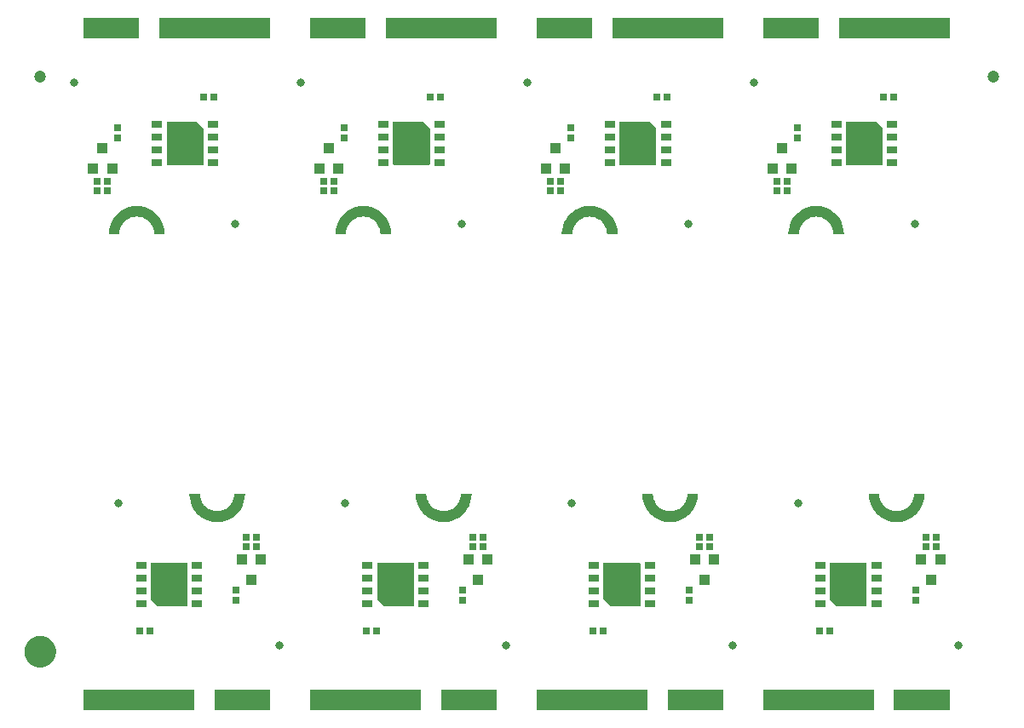
<source format=gbs>
G04 EAGLE Gerber RS-274X export*
G75*
%MOMM*%
%FSLAX34Y34*%
%LPD*%
%INSoldermask Bottom*%
%IPPOS*%
%AMOC8*
5,1,8,0,0,1.08239X$1,22.5*%
G01*
%ADD10R,0.803200X0.803200*%
%ADD11R,0.553200X2.153200*%
%ADD12C,0.657200*%
%ADD13R,1.053200X0.703200*%
%ADD14R,1.003200X1.103200*%
%ADD15C,0.838200*%
%ADD16C,1.203200*%
%ADD17C,1.270000*%
%ADD18C,1.703200*%

G36*
X586170Y547256D02*
X586170Y547256D01*
X586187Y547253D01*
X586236Y547275D01*
X586288Y547290D01*
X586299Y547303D01*
X586315Y547310D01*
X586344Y547355D01*
X586380Y547395D01*
X586382Y547412D01*
X586392Y547427D01*
X586403Y547500D01*
X586403Y583250D01*
X586386Y583308D01*
X586374Y583366D01*
X586365Y583378D01*
X586364Y583384D01*
X586356Y583391D01*
X586330Y583426D01*
X579830Y589926D01*
X579777Y589955D01*
X579727Y589988D01*
X579713Y589990D01*
X579707Y589993D01*
X579697Y589993D01*
X579654Y589999D01*
X550154Y589999D01*
X550137Y589994D01*
X550120Y589997D01*
X550071Y589975D01*
X550019Y589960D01*
X550008Y589947D01*
X549992Y589940D01*
X549963Y589895D01*
X549927Y589855D01*
X549925Y589838D01*
X549915Y589824D01*
X549904Y589750D01*
X549904Y547500D01*
X549909Y547484D01*
X549907Y547467D01*
X549928Y547417D01*
X549944Y547366D01*
X549956Y547355D01*
X549963Y547339D01*
X550008Y547309D01*
X550049Y547274D01*
X550066Y547271D01*
X550080Y547262D01*
X550154Y547251D01*
X586154Y547251D01*
X586170Y547256D01*
G37*
G36*
X136006Y547256D02*
X136006Y547256D01*
X136023Y547253D01*
X136072Y547275D01*
X136124Y547290D01*
X136135Y547303D01*
X136151Y547310D01*
X136180Y547355D01*
X136216Y547395D01*
X136218Y547412D01*
X136228Y547427D01*
X136239Y547500D01*
X136239Y583250D01*
X136222Y583308D01*
X136210Y583366D01*
X136201Y583378D01*
X136199Y583384D01*
X136192Y583391D01*
X136166Y583426D01*
X129666Y589926D01*
X129613Y589955D01*
X129563Y589988D01*
X129549Y589990D01*
X129543Y589993D01*
X129533Y589993D01*
X129489Y589999D01*
X99989Y589999D01*
X99973Y589994D01*
X99956Y589997D01*
X99907Y589975D01*
X99855Y589960D01*
X99844Y589947D01*
X99828Y589940D01*
X99799Y589895D01*
X99763Y589855D01*
X99761Y589838D01*
X99751Y589824D01*
X99740Y589750D01*
X99740Y547500D01*
X99745Y547484D01*
X99742Y547467D01*
X99764Y547417D01*
X99779Y547366D01*
X99792Y547355D01*
X99799Y547339D01*
X99844Y547309D01*
X99885Y547274D01*
X99902Y547271D01*
X99916Y547262D01*
X99989Y547251D01*
X135989Y547251D01*
X136006Y547256D01*
G37*
G36*
X811265Y547256D02*
X811265Y547256D01*
X811282Y547253D01*
X811331Y547275D01*
X811383Y547290D01*
X811394Y547303D01*
X811410Y547310D01*
X811439Y547355D01*
X811475Y547395D01*
X811477Y547412D01*
X811487Y547427D01*
X811498Y547500D01*
X811498Y583250D01*
X811481Y583308D01*
X811469Y583366D01*
X811460Y583378D01*
X811458Y583384D01*
X811451Y583391D01*
X811425Y583426D01*
X804925Y589926D01*
X804872Y589955D01*
X804822Y589988D01*
X804808Y589990D01*
X804802Y589993D01*
X804792Y589993D01*
X804748Y589999D01*
X775248Y589999D01*
X775232Y589994D01*
X775215Y589997D01*
X775166Y589975D01*
X775114Y589960D01*
X775103Y589947D01*
X775087Y589940D01*
X775058Y589895D01*
X775022Y589855D01*
X775020Y589838D01*
X775010Y589824D01*
X774999Y589750D01*
X774999Y547500D01*
X775004Y547484D01*
X775001Y547467D01*
X775023Y547417D01*
X775038Y547366D01*
X775051Y547355D01*
X775058Y547339D01*
X775103Y547309D01*
X775144Y547274D01*
X775161Y547271D01*
X775175Y547262D01*
X775248Y547251D01*
X811248Y547251D01*
X811265Y547256D01*
G37*
G36*
X361101Y547256D02*
X361101Y547256D01*
X361118Y547253D01*
X361167Y547275D01*
X361218Y547290D01*
X361230Y547303D01*
X361245Y547310D01*
X361275Y547355D01*
X361310Y547395D01*
X361313Y547412D01*
X361322Y547427D01*
X361333Y547500D01*
X361333Y583250D01*
X361317Y583308D01*
X361305Y583366D01*
X361296Y583378D01*
X361294Y583384D01*
X361286Y583391D01*
X361260Y583426D01*
X354760Y589926D01*
X354708Y589955D01*
X354658Y589988D01*
X354644Y589990D01*
X354638Y589993D01*
X354628Y589993D01*
X354584Y589999D01*
X325084Y589999D01*
X325068Y589994D01*
X325051Y589997D01*
X325002Y589975D01*
X324950Y589960D01*
X324939Y589947D01*
X324923Y589940D01*
X324893Y589895D01*
X324858Y589855D01*
X324855Y589838D01*
X324846Y589824D01*
X324835Y589750D01*
X324835Y547500D01*
X324840Y547484D01*
X324837Y547467D01*
X324859Y547417D01*
X324874Y547366D01*
X324887Y547355D01*
X324894Y547339D01*
X324939Y547309D01*
X324979Y547274D01*
X324996Y547271D01*
X325011Y547262D01*
X325084Y547251D01*
X361084Y547251D01*
X361101Y547256D01*
G37*
G36*
X795250Y108506D02*
X795250Y108506D01*
X795267Y108503D01*
X795316Y108525D01*
X795368Y108540D01*
X795379Y108553D01*
X795395Y108560D01*
X795424Y108605D01*
X795460Y108645D01*
X795462Y108662D01*
X795472Y108677D01*
X795483Y108750D01*
X795483Y151000D01*
X795478Y151016D01*
X795481Y151033D01*
X795459Y151083D01*
X795444Y151134D01*
X795431Y151145D01*
X795424Y151161D01*
X795379Y151191D01*
X795338Y151226D01*
X795321Y151229D01*
X795307Y151238D01*
X795234Y151249D01*
X759234Y151249D01*
X759217Y151244D01*
X759200Y151247D01*
X759151Y151225D01*
X759099Y151210D01*
X759088Y151197D01*
X759072Y151190D01*
X759043Y151145D01*
X759007Y151105D01*
X759005Y151088D01*
X758995Y151074D01*
X758984Y151000D01*
X758984Y115250D01*
X759001Y115192D01*
X759013Y115134D01*
X759022Y115122D01*
X759024Y115116D01*
X759031Y115109D01*
X759057Y115074D01*
X765557Y108574D01*
X765610Y108545D01*
X765660Y108512D01*
X765674Y108510D01*
X765680Y108507D01*
X765690Y108507D01*
X765734Y108501D01*
X795234Y108501D01*
X795250Y108506D01*
G37*
G36*
X570181Y108506D02*
X570181Y108506D01*
X570198Y108503D01*
X570247Y108525D01*
X570298Y108540D01*
X570310Y108553D01*
X570325Y108560D01*
X570355Y108605D01*
X570390Y108645D01*
X570393Y108662D01*
X570402Y108677D01*
X570413Y108750D01*
X570413Y151000D01*
X570409Y151016D01*
X570411Y151033D01*
X570389Y151083D01*
X570374Y151134D01*
X570361Y151145D01*
X570354Y151161D01*
X570309Y151191D01*
X570269Y151226D01*
X570252Y151229D01*
X570238Y151238D01*
X570164Y151249D01*
X534164Y151249D01*
X534148Y151244D01*
X534131Y151247D01*
X534082Y151225D01*
X534030Y151210D01*
X534019Y151197D01*
X534003Y151190D01*
X533973Y151145D01*
X533938Y151105D01*
X533935Y151088D01*
X533926Y151074D01*
X533915Y151000D01*
X533915Y115250D01*
X533932Y115192D01*
X533944Y115134D01*
X533952Y115122D01*
X533954Y115116D01*
X533962Y115109D01*
X533988Y115074D01*
X540488Y108574D01*
X540541Y108545D01*
X540591Y108512D01*
X540605Y108510D01*
X540611Y108507D01*
X540621Y108507D01*
X540664Y108501D01*
X570164Y108501D01*
X570181Y108506D01*
G37*
G36*
X345086Y108506D02*
X345086Y108506D01*
X345103Y108503D01*
X345152Y108525D01*
X345204Y108540D01*
X345215Y108553D01*
X345231Y108560D01*
X345260Y108605D01*
X345296Y108645D01*
X345298Y108662D01*
X345308Y108677D01*
X345319Y108750D01*
X345319Y151000D01*
X345314Y151016D01*
X345316Y151033D01*
X345295Y151083D01*
X345279Y151134D01*
X345267Y151145D01*
X345260Y151161D01*
X345215Y151191D01*
X345174Y151226D01*
X345157Y151229D01*
X345143Y151238D01*
X345069Y151249D01*
X309069Y151249D01*
X309053Y151244D01*
X309036Y151247D01*
X308987Y151225D01*
X308935Y151210D01*
X308924Y151197D01*
X308908Y151190D01*
X308879Y151145D01*
X308843Y151105D01*
X308841Y151088D01*
X308831Y151074D01*
X308820Y151000D01*
X308820Y115250D01*
X308837Y115192D01*
X308849Y115134D01*
X308858Y115122D01*
X308859Y115116D01*
X308867Y115109D01*
X308893Y115074D01*
X315393Y108574D01*
X315446Y108545D01*
X315496Y108512D01*
X315510Y108510D01*
X315516Y108507D01*
X315526Y108507D01*
X315569Y108501D01*
X345069Y108501D01*
X345086Y108506D01*
G37*
G36*
X120016Y108506D02*
X120016Y108506D01*
X120033Y108503D01*
X120083Y108525D01*
X120134Y108540D01*
X120145Y108553D01*
X120161Y108560D01*
X120191Y108605D01*
X120226Y108645D01*
X120229Y108662D01*
X120238Y108677D01*
X120249Y108750D01*
X120249Y151000D01*
X120244Y151016D01*
X120247Y151033D01*
X120225Y151083D01*
X120210Y151134D01*
X120197Y151145D01*
X120190Y151161D01*
X120145Y151191D01*
X120105Y151226D01*
X120088Y151229D01*
X120074Y151238D01*
X120000Y151249D01*
X84000Y151249D01*
X83984Y151244D01*
X83967Y151247D01*
X83917Y151225D01*
X83866Y151210D01*
X83855Y151197D01*
X83839Y151190D01*
X83809Y151145D01*
X83774Y151105D01*
X83771Y151088D01*
X83762Y151074D01*
X83751Y151000D01*
X83751Y115250D01*
X83768Y115192D01*
X83780Y115134D01*
X83788Y115122D01*
X83790Y115116D01*
X83798Y115109D01*
X83824Y115074D01*
X90324Y108574D01*
X90376Y108545D01*
X90427Y108512D01*
X90441Y108510D01*
X90446Y108507D01*
X90457Y108507D01*
X90500Y108501D01*
X120000Y108501D01*
X120016Y108506D01*
G37*
G36*
X604096Y192531D02*
X604096Y192531D01*
X604105Y192535D01*
X604131Y192536D01*
X607965Y193370D01*
X607973Y193375D01*
X607999Y193380D01*
X611675Y194752D01*
X611683Y194757D01*
X611708Y194766D01*
X615151Y196647D01*
X615158Y196654D01*
X615181Y196666D01*
X618322Y199017D01*
X618328Y199025D01*
X618349Y199041D01*
X621124Y201815D01*
X621128Y201824D01*
X621147Y201842D01*
X623498Y204983D01*
X623502Y204992D01*
X623517Y205013D01*
X625398Y208457D01*
X625400Y208466D01*
X625413Y208489D01*
X626784Y212165D01*
X626784Y212175D01*
X626794Y212199D01*
X627628Y216033D01*
X627627Y216043D01*
X627633Y216069D01*
X627913Y219982D01*
X627907Y220008D01*
X627911Y220033D01*
X627893Y220075D01*
X627883Y220119D01*
X627865Y220137D01*
X627854Y220161D01*
X627817Y220186D01*
X627785Y220218D01*
X627759Y220224D01*
X627738Y220238D01*
X627664Y220249D01*
X617664Y220249D01*
X617657Y220247D01*
X617650Y220249D01*
X617591Y220228D01*
X617530Y220210D01*
X617525Y220205D01*
X617518Y220202D01*
X617480Y220152D01*
X617438Y220105D01*
X617437Y220098D01*
X617433Y220092D01*
X617416Y220020D01*
X617202Y217302D01*
X616570Y214669D01*
X615534Y212169D01*
X614120Y209861D01*
X612362Y207802D01*
X610304Y206044D01*
X607996Y204630D01*
X605495Y203594D01*
X602863Y202962D01*
X600164Y202750D01*
X597466Y202962D01*
X594834Y203594D01*
X592333Y204630D01*
X590025Y206044D01*
X587967Y207802D01*
X587913Y207865D01*
X587487Y208364D01*
X587274Y208613D01*
X587061Y208862D01*
X586848Y209112D01*
X586423Y209610D01*
X586210Y209859D01*
X586209Y209861D01*
X584794Y212169D01*
X583759Y214669D01*
X583127Y217302D01*
X582913Y220020D01*
X582910Y220026D01*
X582911Y220033D01*
X582885Y220091D01*
X582863Y220150D01*
X582857Y220155D01*
X582854Y220161D01*
X582802Y220196D01*
X582751Y220234D01*
X582744Y220234D01*
X582738Y220238D01*
X582664Y220249D01*
X572664Y220249D01*
X572639Y220242D01*
X572613Y220244D01*
X572573Y220223D01*
X572530Y220210D01*
X572513Y220190D01*
X572490Y220178D01*
X572468Y220139D01*
X572438Y220105D01*
X572434Y220079D01*
X572421Y220056D01*
X572416Y219982D01*
X572695Y216069D01*
X572699Y216059D01*
X572701Y216033D01*
X573535Y212199D01*
X573539Y212191D01*
X573545Y212165D01*
X574916Y208489D01*
X574922Y208481D01*
X574931Y208457D01*
X576811Y205013D01*
X576818Y205006D01*
X576830Y204983D01*
X579182Y201842D01*
X579189Y201836D01*
X579205Y201815D01*
X581979Y199041D01*
X581988Y199036D01*
X582006Y199017D01*
X585147Y196666D01*
X585156Y196663D01*
X585177Y196647D01*
X588621Y194766D01*
X588630Y194764D01*
X588653Y194752D01*
X592329Y193380D01*
X592339Y193380D01*
X592364Y193370D01*
X596198Y192536D01*
X596207Y192537D01*
X596233Y192531D01*
X600146Y192251D01*
X600156Y192253D01*
X600182Y192251D01*
X604096Y192531D01*
G37*
G36*
X153931Y192531D02*
X153931Y192531D01*
X153941Y192535D01*
X153967Y192536D01*
X157801Y193370D01*
X157809Y193375D01*
X157835Y193380D01*
X161511Y194752D01*
X161519Y194757D01*
X161543Y194766D01*
X164987Y196647D01*
X164994Y196654D01*
X165017Y196666D01*
X168158Y199017D01*
X168164Y199025D01*
X168185Y199041D01*
X170959Y201815D01*
X170964Y201824D01*
X170983Y201842D01*
X173334Y204983D01*
X173337Y204992D01*
X173353Y205013D01*
X175234Y208457D01*
X175236Y208466D01*
X175248Y208489D01*
X176620Y212165D01*
X176620Y212175D01*
X176630Y212199D01*
X177464Y216033D01*
X177463Y216043D01*
X177469Y216069D01*
X177749Y219982D01*
X177743Y220008D01*
X177747Y220033D01*
X177729Y220075D01*
X177719Y220119D01*
X177701Y220137D01*
X177690Y220161D01*
X177652Y220186D01*
X177621Y220218D01*
X177595Y220224D01*
X177574Y220238D01*
X177500Y220249D01*
X167500Y220249D01*
X167493Y220247D01*
X167486Y220249D01*
X167427Y220228D01*
X167366Y220210D01*
X167361Y220205D01*
X167354Y220202D01*
X167316Y220152D01*
X167274Y220105D01*
X167273Y220098D01*
X167268Y220092D01*
X167252Y220020D01*
X167038Y217302D01*
X166406Y214669D01*
X165370Y212169D01*
X163956Y209861D01*
X162198Y207802D01*
X160139Y206044D01*
X157831Y204630D01*
X155331Y203594D01*
X152698Y202962D01*
X150000Y202750D01*
X147302Y202962D01*
X144669Y203594D01*
X142169Y204630D01*
X139861Y206044D01*
X137802Y207802D01*
X137749Y207865D01*
X137323Y208364D01*
X137110Y208613D01*
X136897Y208862D01*
X136684Y209112D01*
X136259Y209610D01*
X136258Y209610D01*
X136046Y209859D01*
X136044Y209861D01*
X134630Y212169D01*
X133594Y214669D01*
X132962Y217302D01*
X132748Y220020D01*
X132746Y220026D01*
X132747Y220033D01*
X132721Y220091D01*
X132699Y220150D01*
X132693Y220155D01*
X132690Y220161D01*
X132637Y220196D01*
X132587Y220234D01*
X132580Y220234D01*
X132574Y220238D01*
X132500Y220249D01*
X122500Y220249D01*
X122475Y220242D01*
X122449Y220244D01*
X122409Y220223D01*
X122366Y220210D01*
X122349Y220190D01*
X122326Y220178D01*
X122304Y220139D01*
X122274Y220105D01*
X122270Y220079D01*
X122257Y220056D01*
X122251Y219982D01*
X122531Y216069D01*
X122535Y216059D01*
X122536Y216033D01*
X123370Y212199D01*
X123375Y212191D01*
X123380Y212165D01*
X124752Y208489D01*
X124757Y208481D01*
X124766Y208457D01*
X126647Y205013D01*
X126654Y205006D01*
X126666Y204983D01*
X129017Y201842D01*
X129025Y201836D01*
X129041Y201815D01*
X131815Y199041D01*
X131824Y199036D01*
X131842Y199017D01*
X134983Y196666D01*
X134992Y196663D01*
X135013Y196647D01*
X138457Y194766D01*
X138466Y194764D01*
X138489Y194752D01*
X142165Y193380D01*
X142175Y193380D01*
X142199Y193370D01*
X146033Y192536D01*
X146043Y192537D01*
X146069Y192531D01*
X149982Y192251D01*
X149992Y192253D01*
X150018Y192251D01*
X153931Y192531D01*
G37*
G36*
X829165Y192531D02*
X829165Y192531D01*
X829174Y192535D01*
X829200Y192536D01*
X833034Y193370D01*
X833043Y193375D01*
X833068Y193380D01*
X836745Y194752D01*
X836752Y194757D01*
X836777Y194766D01*
X840221Y196647D01*
X840227Y196654D01*
X840251Y196666D01*
X843392Y199017D01*
X843397Y199025D01*
X843419Y199041D01*
X846193Y201815D01*
X846198Y201824D01*
X846216Y201842D01*
X848568Y204983D01*
X848571Y204992D01*
X848587Y205013D01*
X850467Y208457D01*
X850469Y208466D01*
X850482Y208489D01*
X851853Y212165D01*
X851854Y212175D01*
X851863Y212199D01*
X852697Y216033D01*
X852697Y216043D01*
X852702Y216069D01*
X852982Y219982D01*
X852977Y220008D01*
X852981Y220033D01*
X852962Y220075D01*
X852953Y220119D01*
X852934Y220137D01*
X852924Y220161D01*
X852886Y220186D01*
X852854Y220218D01*
X852829Y220224D01*
X852807Y220238D01*
X852734Y220249D01*
X842734Y220249D01*
X842727Y220247D01*
X842720Y220249D01*
X842660Y220228D01*
X842599Y220210D01*
X842595Y220205D01*
X842588Y220202D01*
X842549Y220152D01*
X842507Y220105D01*
X842506Y220098D01*
X842502Y220092D01*
X842485Y220020D01*
X842271Y217302D01*
X841639Y214669D01*
X840603Y212169D01*
X839189Y209861D01*
X837431Y207802D01*
X835373Y206044D01*
X833065Y204630D01*
X830564Y203594D01*
X827932Y202962D01*
X825234Y202750D01*
X822535Y202962D01*
X819903Y203594D01*
X817402Y204630D01*
X815094Y206044D01*
X813036Y207802D01*
X812982Y207865D01*
X812557Y208364D01*
X812556Y208364D01*
X812344Y208613D01*
X812131Y208862D01*
X811918Y209112D01*
X811492Y209610D01*
X811279Y209859D01*
X811278Y209861D01*
X809864Y212169D01*
X808828Y214669D01*
X808196Y217302D01*
X807982Y220020D01*
X807980Y220026D01*
X807981Y220033D01*
X807955Y220091D01*
X807932Y220150D01*
X807927Y220155D01*
X807924Y220161D01*
X807871Y220196D01*
X807820Y220234D01*
X807813Y220234D01*
X807807Y220238D01*
X807734Y220249D01*
X797734Y220249D01*
X797709Y220242D01*
X797683Y220244D01*
X797643Y220223D01*
X797599Y220210D01*
X797582Y220190D01*
X797559Y220178D01*
X797537Y220139D01*
X797507Y220105D01*
X797504Y220079D01*
X797491Y220056D01*
X797485Y219982D01*
X797765Y216069D01*
X797768Y216059D01*
X797770Y216033D01*
X798604Y212199D01*
X798609Y212191D01*
X798614Y212165D01*
X799985Y208489D01*
X799991Y208481D01*
X800000Y208457D01*
X801880Y205013D01*
X801887Y205006D01*
X801900Y204983D01*
X804251Y201842D01*
X804259Y201836D01*
X804274Y201815D01*
X807049Y199041D01*
X807057Y199036D01*
X807076Y199017D01*
X810217Y196666D01*
X810226Y196663D01*
X810247Y196647D01*
X813690Y194766D01*
X813700Y194764D01*
X813723Y194752D01*
X817399Y193380D01*
X817409Y193380D01*
X817433Y193370D01*
X821267Y192536D01*
X821277Y192537D01*
X821302Y192531D01*
X825216Y192251D01*
X825225Y192253D01*
X825251Y192251D01*
X829165Y192531D01*
G37*
G36*
X379001Y192531D02*
X379001Y192531D01*
X379010Y192535D01*
X379036Y192536D01*
X382870Y193370D01*
X382879Y193375D01*
X382904Y193380D01*
X386580Y194752D01*
X386588Y194757D01*
X386613Y194766D01*
X390056Y196647D01*
X390063Y196654D01*
X390086Y196666D01*
X393227Y199017D01*
X393233Y199025D01*
X393254Y199041D01*
X396029Y201815D01*
X396033Y201824D01*
X396052Y201842D01*
X398403Y204983D01*
X398407Y204992D01*
X398423Y205013D01*
X400303Y208457D01*
X400305Y208466D01*
X400318Y208489D01*
X401689Y212165D01*
X401690Y212175D01*
X401699Y212199D01*
X402533Y216033D01*
X402532Y216043D01*
X402538Y216069D01*
X402818Y219982D01*
X402813Y220008D01*
X402816Y220033D01*
X402798Y220075D01*
X402789Y220119D01*
X402770Y220137D01*
X402760Y220161D01*
X402722Y220186D01*
X402690Y220218D01*
X402665Y220224D01*
X402643Y220238D01*
X402569Y220249D01*
X392569Y220249D01*
X392562Y220247D01*
X392555Y220249D01*
X392496Y220228D01*
X392435Y220210D01*
X392430Y220205D01*
X392424Y220202D01*
X392385Y220152D01*
X392343Y220105D01*
X392342Y220098D01*
X392338Y220092D01*
X392321Y220020D01*
X392107Y217302D01*
X391475Y214669D01*
X390439Y212169D01*
X389025Y209861D01*
X387267Y207802D01*
X385209Y206044D01*
X382901Y204630D01*
X380400Y203594D01*
X377768Y202962D01*
X375069Y202750D01*
X372371Y202962D01*
X369739Y203594D01*
X367238Y204630D01*
X364930Y206044D01*
X362872Y207802D01*
X362818Y207865D01*
X362392Y208364D01*
X362179Y208613D01*
X361967Y208862D01*
X361966Y208862D01*
X361754Y209112D01*
X361328Y209610D01*
X361115Y209859D01*
X361114Y209861D01*
X359700Y212169D01*
X358664Y214669D01*
X358032Y217302D01*
X357818Y220020D01*
X357815Y220026D01*
X357816Y220033D01*
X357791Y220091D01*
X357768Y220150D01*
X357763Y220155D01*
X357760Y220161D01*
X357707Y220196D01*
X357656Y220234D01*
X357649Y220234D01*
X357643Y220238D01*
X357569Y220249D01*
X347569Y220249D01*
X347544Y220242D01*
X347518Y220244D01*
X347479Y220223D01*
X347435Y220210D01*
X347418Y220190D01*
X347395Y220178D01*
X347373Y220139D01*
X347343Y220105D01*
X347339Y220079D01*
X347327Y220056D01*
X347321Y219982D01*
X347601Y216069D01*
X347604Y216059D01*
X347606Y216033D01*
X348440Y212199D01*
X348444Y212191D01*
X348450Y212165D01*
X349821Y208489D01*
X349827Y208481D01*
X349836Y208457D01*
X351716Y205013D01*
X351723Y205006D01*
X351735Y204983D01*
X354087Y201842D01*
X354095Y201836D01*
X354110Y201815D01*
X356885Y199041D01*
X356893Y199036D01*
X356911Y199017D01*
X360052Y196666D01*
X360062Y196663D01*
X360082Y196647D01*
X363526Y194766D01*
X363535Y194764D01*
X363558Y194752D01*
X367235Y193380D01*
X367244Y193380D01*
X367269Y193370D01*
X371103Y192536D01*
X371112Y192537D01*
X371138Y192531D01*
X375052Y192251D01*
X375061Y192253D01*
X375087Y192251D01*
X379001Y192531D01*
G37*
G36*
X502661Y478253D02*
X502661Y478253D01*
X502668Y478251D01*
X502727Y478272D01*
X502788Y478290D01*
X502793Y478295D01*
X502799Y478298D01*
X502838Y478348D01*
X502880Y478395D01*
X502881Y478402D01*
X502885Y478408D01*
X502902Y478480D01*
X503116Y481198D01*
X503748Y483831D01*
X504784Y486331D01*
X506198Y488639D01*
X507956Y490698D01*
X510014Y492456D01*
X512322Y493870D01*
X514823Y494906D01*
X517455Y495538D01*
X520154Y495750D01*
X522852Y495538D01*
X525484Y494906D01*
X527985Y493870D01*
X530293Y492456D01*
X532351Y490698D01*
X532475Y490552D01*
X532688Y490303D01*
X533114Y489804D01*
X533327Y489555D01*
X533540Y489306D01*
X533753Y489057D01*
X533966Y488807D01*
X534109Y488639D01*
X535523Y486331D01*
X536559Y483831D01*
X537191Y481198D01*
X537405Y478480D01*
X537408Y478474D01*
X537407Y478467D01*
X537432Y478409D01*
X537455Y478350D01*
X537461Y478345D01*
X537463Y478339D01*
X537516Y478304D01*
X537567Y478266D01*
X537574Y478266D01*
X537580Y478262D01*
X537654Y478251D01*
X547654Y478251D01*
X547679Y478258D01*
X547705Y478256D01*
X547744Y478277D01*
X547788Y478290D01*
X547805Y478310D01*
X547828Y478322D01*
X547850Y478361D01*
X547880Y478395D01*
X547884Y478421D01*
X547896Y478444D01*
X547902Y478518D01*
X547622Y482431D01*
X547619Y482441D01*
X547617Y482467D01*
X546783Y486301D01*
X546779Y486309D01*
X546773Y486335D01*
X545402Y490011D01*
X545396Y490019D01*
X545387Y490043D01*
X543507Y493487D01*
X543500Y493494D01*
X543488Y493517D01*
X541136Y496658D01*
X541129Y496664D01*
X541113Y496685D01*
X538339Y499459D01*
X538330Y499464D01*
X538312Y499483D01*
X535171Y501834D01*
X535162Y501837D01*
X535141Y501853D01*
X531697Y503734D01*
X531688Y503736D01*
X531665Y503748D01*
X527988Y505120D01*
X527979Y505120D01*
X527954Y505130D01*
X524120Y505964D01*
X524111Y505963D01*
X524085Y505969D01*
X520171Y506249D01*
X520162Y506247D01*
X520136Y506249D01*
X516222Y505969D01*
X516213Y505965D01*
X516187Y505964D01*
X512353Y505130D01*
X512344Y505125D01*
X512319Y505120D01*
X508643Y503748D01*
X508635Y503743D01*
X508610Y503734D01*
X505167Y501853D01*
X505160Y501846D01*
X505137Y501834D01*
X501996Y499483D01*
X501990Y499475D01*
X501969Y499459D01*
X499194Y496685D01*
X499190Y496676D01*
X499171Y496658D01*
X496820Y493517D01*
X496816Y493508D01*
X496800Y493487D01*
X494920Y490043D01*
X494918Y490034D01*
X494905Y490011D01*
X493534Y486335D01*
X493533Y486325D01*
X493524Y486301D01*
X492690Y482467D01*
X492691Y482457D01*
X492685Y482431D01*
X492405Y478518D01*
X492410Y478492D01*
X492407Y478467D01*
X492425Y478425D01*
X492435Y478381D01*
X492453Y478363D01*
X492463Y478339D01*
X492501Y478314D01*
X492533Y478282D01*
X492558Y478276D01*
X492580Y478262D01*
X492654Y478251D01*
X502654Y478251D01*
X502661Y478253D01*
G37*
G36*
X727755Y478253D02*
X727755Y478253D01*
X727762Y478251D01*
X727822Y478272D01*
X727883Y478290D01*
X727887Y478295D01*
X727894Y478298D01*
X727933Y478348D01*
X727975Y478395D01*
X727976Y478402D01*
X727980Y478408D01*
X727997Y478480D01*
X728211Y481198D01*
X728843Y483831D01*
X729879Y486331D01*
X731293Y488639D01*
X733051Y490698D01*
X735109Y492456D01*
X737417Y493870D01*
X739918Y494906D01*
X742550Y495538D01*
X745248Y495750D01*
X747947Y495538D01*
X750579Y494906D01*
X753080Y493870D01*
X755388Y492456D01*
X757446Y490698D01*
X757570Y490552D01*
X757783Y490303D01*
X758209Y489804D01*
X758422Y489555D01*
X758635Y489306D01*
X758847Y489057D01*
X758848Y489057D01*
X759060Y488807D01*
X759204Y488639D01*
X760618Y486331D01*
X761654Y483831D01*
X762286Y481198D01*
X762500Y478480D01*
X762503Y478474D01*
X762501Y478467D01*
X762527Y478409D01*
X762550Y478350D01*
X762555Y478345D01*
X762558Y478339D01*
X762611Y478304D01*
X762662Y478266D01*
X762669Y478266D01*
X762675Y478262D01*
X762748Y478251D01*
X772748Y478251D01*
X772773Y478258D01*
X772799Y478256D01*
X772839Y478277D01*
X772883Y478290D01*
X772900Y478310D01*
X772923Y478322D01*
X772945Y478361D01*
X772975Y478395D01*
X772978Y478421D01*
X772991Y478444D01*
X772997Y478518D01*
X772717Y482431D01*
X772714Y482441D01*
X772712Y482467D01*
X771878Y486301D01*
X771873Y486309D01*
X771868Y486335D01*
X770497Y490011D01*
X770491Y490019D01*
X770482Y490043D01*
X768602Y493487D01*
X768595Y493494D01*
X768582Y493517D01*
X766231Y496658D01*
X766223Y496664D01*
X766208Y496685D01*
X763433Y499459D01*
X763425Y499464D01*
X763406Y499483D01*
X760265Y501834D01*
X760256Y501837D01*
X760235Y501853D01*
X756792Y503734D01*
X756782Y503736D01*
X756759Y503748D01*
X753083Y505120D01*
X753074Y505120D01*
X753049Y505130D01*
X749215Y505964D01*
X749205Y505963D01*
X749180Y505969D01*
X745266Y506249D01*
X745257Y506247D01*
X745231Y506249D01*
X741317Y505969D01*
X741308Y505965D01*
X741282Y505964D01*
X737448Y505130D01*
X737439Y505125D01*
X737414Y505120D01*
X733737Y503748D01*
X733730Y503743D01*
X733705Y503734D01*
X730261Y501853D01*
X730255Y501846D01*
X730231Y501834D01*
X727090Y499483D01*
X727085Y499475D01*
X727064Y499459D01*
X724289Y496685D01*
X724284Y496676D01*
X724266Y496658D01*
X721914Y493517D01*
X721911Y493508D01*
X721895Y493487D01*
X720015Y490043D01*
X720013Y490034D01*
X720000Y490011D01*
X718629Y486335D01*
X718628Y486325D01*
X718619Y486301D01*
X717785Y482467D01*
X717785Y482457D01*
X717780Y482431D01*
X717500Y478518D01*
X717505Y478492D01*
X717501Y478467D01*
X717520Y478425D01*
X717529Y478381D01*
X717548Y478363D01*
X717558Y478339D01*
X717596Y478314D01*
X717628Y478282D01*
X717653Y478276D01*
X717675Y478262D01*
X717748Y478251D01*
X727748Y478251D01*
X727755Y478253D01*
G37*
G36*
X277591Y478253D02*
X277591Y478253D01*
X277598Y478251D01*
X277657Y478272D01*
X277718Y478290D01*
X277723Y478295D01*
X277730Y478298D01*
X277769Y478348D01*
X277810Y478395D01*
X277811Y478402D01*
X277816Y478408D01*
X277833Y478480D01*
X278047Y481198D01*
X278679Y483831D01*
X279714Y486331D01*
X281129Y488639D01*
X282887Y490698D01*
X284945Y492456D01*
X287253Y493870D01*
X289754Y494906D01*
X292386Y495538D01*
X295084Y495750D01*
X297783Y495538D01*
X300415Y494906D01*
X302916Y493870D01*
X305224Y492456D01*
X307282Y490698D01*
X307406Y490552D01*
X307619Y490303D01*
X308045Y489804D01*
X308258Y489555D01*
X308470Y489306D01*
X308683Y489057D01*
X308896Y488807D01*
X309040Y488639D01*
X310454Y486331D01*
X311490Y483831D01*
X312122Y481198D01*
X312336Y478480D01*
X312338Y478474D01*
X312337Y478467D01*
X312363Y478409D01*
X312385Y478350D01*
X312391Y478345D01*
X312394Y478339D01*
X312447Y478304D01*
X312497Y478266D01*
X312505Y478266D01*
X312511Y478262D01*
X312584Y478251D01*
X322584Y478251D01*
X322609Y478258D01*
X322635Y478256D01*
X322675Y478277D01*
X322718Y478290D01*
X322736Y478310D01*
X322758Y478322D01*
X322781Y478361D01*
X322810Y478395D01*
X322814Y478421D01*
X322827Y478444D01*
X322833Y478518D01*
X322553Y482431D01*
X322550Y482441D01*
X322548Y482467D01*
X321714Y486301D01*
X321709Y486309D01*
X321704Y486335D01*
X320333Y490011D01*
X320327Y490019D01*
X320318Y490043D01*
X318437Y493487D01*
X318431Y493494D01*
X318418Y493517D01*
X316067Y496658D01*
X316059Y496664D01*
X316044Y496685D01*
X313269Y499459D01*
X313261Y499464D01*
X313242Y499483D01*
X310101Y501834D01*
X310092Y501837D01*
X310071Y501853D01*
X306628Y503734D01*
X306618Y503736D01*
X306595Y503748D01*
X302919Y505120D01*
X302909Y505120D01*
X302885Y505130D01*
X299051Y505964D01*
X299041Y505963D01*
X299016Y505969D01*
X295102Y506249D01*
X295093Y506247D01*
X295066Y506249D01*
X291153Y505969D01*
X291144Y505965D01*
X291118Y505964D01*
X287284Y505130D01*
X287275Y505125D01*
X287249Y505120D01*
X283573Y503748D01*
X283565Y503743D01*
X283541Y503734D01*
X280097Y501853D01*
X280090Y501846D01*
X280067Y501834D01*
X276926Y499483D01*
X276920Y499475D01*
X276899Y499459D01*
X274125Y496685D01*
X274120Y496676D01*
X274102Y496658D01*
X271750Y493517D01*
X271747Y493508D01*
X271731Y493487D01*
X269851Y490043D01*
X269849Y490034D01*
X269836Y490011D01*
X268465Y486335D01*
X268464Y486325D01*
X268455Y486301D01*
X267621Y482467D01*
X267621Y482457D01*
X267615Y482431D01*
X267336Y478518D01*
X267341Y478492D01*
X267337Y478467D01*
X267356Y478425D01*
X267365Y478381D01*
X267383Y478363D01*
X267394Y478339D01*
X267432Y478314D01*
X267464Y478282D01*
X267489Y478276D01*
X267511Y478262D01*
X267584Y478251D01*
X277584Y478251D01*
X277591Y478253D01*
G37*
G36*
X52496Y478253D02*
X52496Y478253D01*
X52503Y478251D01*
X52563Y478272D01*
X52624Y478290D01*
X52628Y478295D01*
X52635Y478298D01*
X52674Y478348D01*
X52716Y478395D01*
X52717Y478402D01*
X52721Y478408D01*
X52738Y478480D01*
X52952Y481198D01*
X53584Y483831D01*
X54620Y486331D01*
X56034Y488639D01*
X57792Y490698D01*
X59850Y492456D01*
X62158Y493870D01*
X64659Y494906D01*
X67291Y495538D01*
X69989Y495750D01*
X72688Y495538D01*
X75320Y494906D01*
X77821Y493870D01*
X80129Y492456D01*
X82187Y490698D01*
X82311Y490552D01*
X82524Y490303D01*
X82950Y489804D01*
X83163Y489555D01*
X83376Y489306D01*
X83588Y489057D01*
X83589Y489057D01*
X83801Y488807D01*
X83945Y488639D01*
X85359Y486331D01*
X86395Y483831D01*
X87027Y481198D01*
X87241Y478480D01*
X87244Y478474D01*
X87242Y478467D01*
X87268Y478409D01*
X87291Y478350D01*
X87296Y478345D01*
X87299Y478339D01*
X87352Y478304D01*
X87403Y478266D01*
X87410Y478266D01*
X87416Y478262D01*
X87489Y478251D01*
X97489Y478251D01*
X97514Y478258D01*
X97540Y478256D01*
X97580Y478277D01*
X97624Y478290D01*
X97641Y478310D01*
X97664Y478322D01*
X97686Y478361D01*
X97716Y478395D01*
X97719Y478421D01*
X97732Y478444D01*
X97738Y478518D01*
X97458Y482431D01*
X97455Y482441D01*
X97453Y482467D01*
X96619Y486301D01*
X96614Y486309D01*
X96609Y486335D01*
X95238Y490011D01*
X95232Y490019D01*
X95223Y490043D01*
X93343Y493487D01*
X93336Y493494D01*
X93323Y493517D01*
X90972Y496658D01*
X90964Y496664D01*
X90949Y496685D01*
X88174Y499459D01*
X88166Y499464D01*
X88147Y499483D01*
X85006Y501834D01*
X84997Y501837D01*
X84976Y501853D01*
X81533Y503734D01*
X81523Y503736D01*
X81500Y503748D01*
X77824Y505120D01*
X77815Y505120D01*
X77790Y505130D01*
X73956Y505964D01*
X73946Y505963D01*
X73921Y505969D01*
X70007Y506249D01*
X69998Y506247D01*
X69972Y506249D01*
X66058Y505969D01*
X66049Y505965D01*
X66023Y505964D01*
X62189Y505130D01*
X62180Y505125D01*
X62155Y505120D01*
X58478Y503748D01*
X58471Y503743D01*
X58446Y503734D01*
X55002Y501853D01*
X54996Y501846D01*
X54972Y501834D01*
X51831Y499483D01*
X51826Y499475D01*
X51805Y499459D01*
X49030Y496685D01*
X49025Y496676D01*
X49007Y496658D01*
X46655Y493517D01*
X46652Y493508D01*
X46636Y493487D01*
X44756Y490043D01*
X44754Y490034D01*
X44741Y490011D01*
X43370Y486335D01*
X43369Y486325D01*
X43360Y486301D01*
X42526Y482467D01*
X42526Y482457D01*
X42521Y482431D01*
X42241Y478518D01*
X42246Y478492D01*
X42242Y478467D01*
X42261Y478425D01*
X42270Y478381D01*
X42289Y478363D01*
X42299Y478339D01*
X42337Y478314D01*
X42369Y478282D01*
X42394Y478276D01*
X42416Y478262D01*
X42489Y478251D01*
X52489Y478251D01*
X52496Y478253D01*
G37*
D10*
X169060Y114330D03*
X169060Y124330D03*
D11*
X200000Y15250D03*
X195000Y15250D03*
X190000Y15250D03*
X185000Y15250D03*
X180000Y15250D03*
X175000Y15250D03*
X170000Y15250D03*
X165000Y15250D03*
X160000Y15250D03*
X155000Y15250D03*
X150000Y15250D03*
X125000Y15250D03*
X120000Y15250D03*
X115000Y15250D03*
X110000Y15250D03*
X105000Y15250D03*
X100000Y15250D03*
X95000Y15250D03*
X90000Y15250D03*
X85000Y15250D03*
X80000Y15250D03*
X75000Y15250D03*
X70000Y15250D03*
X65000Y15250D03*
X60000Y15250D03*
X55000Y15250D03*
X50000Y15250D03*
X45000Y15250D03*
X40000Y15250D03*
X35000Y15250D03*
X30000Y15250D03*
X25000Y15250D03*
X20000Y15250D03*
D12*
X129000Y210000D03*
X171000Y210000D03*
X150000Y197000D03*
D10*
X189000Y177200D03*
X179000Y177200D03*
X73200Y84000D03*
X83200Y84000D03*
D13*
X74250Y110950D03*
X74250Y123650D03*
X74250Y136350D03*
X74250Y149050D03*
X129750Y136350D03*
X129750Y149050D03*
X129750Y123650D03*
X129750Y110950D03*
D10*
X179000Y167300D03*
X189000Y167300D03*
D14*
X174500Y155300D03*
X193500Y155300D03*
X184000Y134300D03*
D15*
X52000Y210400D03*
X211800Y69700D03*
D10*
X394129Y114330D03*
X394129Y124330D03*
D11*
X425069Y15250D03*
X420069Y15250D03*
X415069Y15250D03*
X410069Y15250D03*
X405069Y15250D03*
X400069Y15250D03*
X395069Y15250D03*
X390069Y15250D03*
X385069Y15250D03*
X380069Y15250D03*
X375069Y15250D03*
X350069Y15250D03*
X345069Y15250D03*
X340069Y15250D03*
X335069Y15250D03*
X330069Y15250D03*
X325069Y15250D03*
X320069Y15250D03*
X315069Y15250D03*
X310069Y15250D03*
X305069Y15250D03*
X300069Y15250D03*
X295069Y15250D03*
X290069Y15250D03*
X285069Y15250D03*
X280069Y15250D03*
X275069Y15250D03*
X270069Y15250D03*
X265069Y15250D03*
X260069Y15250D03*
X255069Y15250D03*
X250069Y15250D03*
X245069Y15250D03*
D12*
X354069Y210000D03*
X396069Y210000D03*
X375069Y197000D03*
D10*
X414069Y177200D03*
X404069Y177200D03*
X298269Y84000D03*
X308269Y84000D03*
D13*
X299319Y110950D03*
X299319Y123650D03*
X299319Y136350D03*
X299319Y149050D03*
X354819Y136350D03*
X354819Y149050D03*
X354819Y123650D03*
X354819Y110950D03*
D10*
X404069Y167300D03*
X414069Y167300D03*
D14*
X399569Y155300D03*
X418569Y155300D03*
X409069Y134300D03*
D15*
X277069Y210400D03*
X436869Y69700D03*
D10*
X619224Y114330D03*
X619224Y124330D03*
D11*
X650164Y15250D03*
X645164Y15250D03*
X640164Y15250D03*
X635164Y15250D03*
X630164Y15250D03*
X625164Y15250D03*
X620164Y15250D03*
X615164Y15250D03*
X610164Y15250D03*
X605164Y15250D03*
X600164Y15250D03*
X575164Y15250D03*
X570164Y15250D03*
X565164Y15250D03*
X560164Y15250D03*
X555164Y15250D03*
X550164Y15250D03*
X545164Y15250D03*
X540164Y15250D03*
X535164Y15250D03*
X530164Y15250D03*
X525164Y15250D03*
X520164Y15250D03*
X515164Y15250D03*
X510164Y15250D03*
X505164Y15250D03*
X500164Y15250D03*
X495164Y15250D03*
X490164Y15250D03*
X485164Y15250D03*
X480164Y15250D03*
X475164Y15250D03*
X470164Y15250D03*
D12*
X579164Y210000D03*
X621164Y210000D03*
X600164Y197000D03*
D10*
X639164Y177200D03*
X629164Y177200D03*
X523364Y84000D03*
X533364Y84000D03*
D13*
X524414Y110950D03*
X524414Y123650D03*
X524414Y136350D03*
X524414Y149050D03*
X579914Y136350D03*
X579914Y149050D03*
X579914Y123650D03*
X579914Y110950D03*
D10*
X629164Y167300D03*
X639164Y167300D03*
D14*
X624664Y155300D03*
X643664Y155300D03*
X634164Y134300D03*
D15*
X502164Y210400D03*
X661964Y69700D03*
D10*
X844294Y114330D03*
X844294Y124330D03*
D11*
X875234Y15250D03*
X870234Y15250D03*
X865234Y15250D03*
X860234Y15250D03*
X855234Y15250D03*
X850234Y15250D03*
X845234Y15250D03*
X840234Y15250D03*
X835234Y15250D03*
X830234Y15250D03*
X825234Y15250D03*
X800234Y15250D03*
X795234Y15250D03*
X790234Y15250D03*
X785234Y15250D03*
X780234Y15250D03*
X775234Y15250D03*
X770234Y15250D03*
X765234Y15250D03*
X760234Y15250D03*
X755234Y15250D03*
X750234Y15250D03*
X745234Y15250D03*
X740234Y15250D03*
X735234Y15250D03*
X730234Y15250D03*
X725234Y15250D03*
X720234Y15250D03*
X715234Y15250D03*
X710234Y15250D03*
X705234Y15250D03*
X700234Y15250D03*
X695234Y15250D03*
D12*
X804234Y210000D03*
X846234Y210000D03*
X825234Y197000D03*
D10*
X864234Y177200D03*
X854234Y177200D03*
X748434Y84000D03*
X758434Y84000D03*
D13*
X749484Y110950D03*
X749484Y123650D03*
X749484Y136350D03*
X749484Y149050D03*
X804984Y136350D03*
X804984Y149050D03*
X804984Y123650D03*
X804984Y110950D03*
D10*
X854234Y167300D03*
X864234Y167300D03*
D14*
X849734Y155300D03*
X868734Y155300D03*
X859234Y134300D03*
D15*
X727234Y210400D03*
X887034Y69700D03*
D10*
X50929Y584170D03*
X50929Y574170D03*
D11*
X19989Y683250D03*
X24989Y683250D03*
X29989Y683250D03*
X34989Y683250D03*
X39989Y683250D03*
X44989Y683250D03*
X49989Y683250D03*
X54989Y683250D03*
X59989Y683250D03*
X64989Y683250D03*
X69989Y683250D03*
X94989Y683250D03*
X99989Y683250D03*
X104989Y683250D03*
X109989Y683250D03*
X114989Y683250D03*
X119989Y683250D03*
X124989Y683250D03*
X129989Y683250D03*
X134989Y683250D03*
X139989Y683250D03*
X144989Y683250D03*
X149989Y683250D03*
X154989Y683250D03*
X159989Y683250D03*
X164989Y683250D03*
X169989Y683250D03*
X174989Y683250D03*
X179989Y683250D03*
X184989Y683250D03*
X189989Y683250D03*
X194989Y683250D03*
X199989Y683250D03*
D12*
X90989Y488500D03*
X48989Y488500D03*
X69989Y501500D03*
D10*
X30989Y521300D03*
X40989Y521300D03*
X146789Y614500D03*
X136789Y614500D03*
D13*
X145739Y587550D03*
X145739Y574850D03*
X145739Y562150D03*
X145739Y549450D03*
X90239Y562150D03*
X90239Y549450D03*
X90239Y574850D03*
X90239Y587550D03*
D10*
X40989Y531200D03*
X30989Y531200D03*
D14*
X45489Y543200D03*
X26489Y543200D03*
X35989Y564200D03*
D15*
X167989Y488100D03*
X8189Y628800D03*
D10*
X276024Y584170D03*
X276024Y574170D03*
D11*
X245084Y683250D03*
X250084Y683250D03*
X255084Y683250D03*
X260084Y683250D03*
X265084Y683250D03*
X270084Y683250D03*
X275084Y683250D03*
X280084Y683250D03*
X285084Y683250D03*
X290084Y683250D03*
X295084Y683250D03*
X320084Y683250D03*
X325084Y683250D03*
X330084Y683250D03*
X335084Y683250D03*
X340084Y683250D03*
X345084Y683250D03*
X350084Y683250D03*
X355084Y683250D03*
X360084Y683250D03*
X365084Y683250D03*
X370084Y683250D03*
X375084Y683250D03*
X380084Y683250D03*
X385084Y683250D03*
X390084Y683250D03*
X395084Y683250D03*
X400084Y683250D03*
X405084Y683250D03*
X410084Y683250D03*
X415084Y683250D03*
X420084Y683250D03*
X425084Y683250D03*
D12*
X316084Y488500D03*
X274084Y488500D03*
X295084Y501500D03*
D10*
X256084Y521300D03*
X266084Y521300D03*
X371884Y614500D03*
X361884Y614500D03*
D13*
X370834Y587550D03*
X370834Y574850D03*
X370834Y562150D03*
X370834Y549450D03*
X315334Y562150D03*
X315334Y549450D03*
X315334Y574850D03*
X315334Y587550D03*
D10*
X266084Y531200D03*
X256084Y531200D03*
D14*
X270584Y543200D03*
X251584Y543200D03*
X261084Y564200D03*
D15*
X393084Y488100D03*
X233284Y628800D03*
D10*
X501094Y584170D03*
X501094Y574170D03*
D11*
X470154Y683250D03*
X475154Y683250D03*
X480154Y683250D03*
X485154Y683250D03*
X490154Y683250D03*
X495154Y683250D03*
X500154Y683250D03*
X505154Y683250D03*
X510154Y683250D03*
X515154Y683250D03*
X520154Y683250D03*
X545154Y683250D03*
X550154Y683250D03*
X555154Y683250D03*
X560154Y683250D03*
X565154Y683250D03*
X570154Y683250D03*
X575154Y683250D03*
X580154Y683250D03*
X585154Y683250D03*
X590154Y683250D03*
X595154Y683250D03*
X600154Y683250D03*
X605154Y683250D03*
X610154Y683250D03*
X615154Y683250D03*
X620154Y683250D03*
X625154Y683250D03*
X630154Y683250D03*
X635154Y683250D03*
X640154Y683250D03*
X645154Y683250D03*
X650154Y683250D03*
D12*
X541154Y488500D03*
X499154Y488500D03*
X520154Y501500D03*
D10*
X481154Y521300D03*
X491154Y521300D03*
X596954Y614500D03*
X586954Y614500D03*
D13*
X595904Y587550D03*
X595904Y574850D03*
X595904Y562150D03*
X595904Y549450D03*
X540404Y562150D03*
X540404Y549450D03*
X540404Y574850D03*
X540404Y587550D03*
D10*
X491154Y531200D03*
X481154Y531200D03*
D14*
X495654Y543200D03*
X476654Y543200D03*
X486154Y564200D03*
D15*
X618154Y488100D03*
X458354Y628800D03*
D10*
X726188Y584170D03*
X726188Y574170D03*
D11*
X695248Y683250D03*
X700248Y683250D03*
X705248Y683250D03*
X710248Y683250D03*
X715248Y683250D03*
X720248Y683250D03*
X725248Y683250D03*
X730248Y683250D03*
X735248Y683250D03*
X740248Y683250D03*
X745248Y683250D03*
X770248Y683250D03*
X775248Y683250D03*
X780248Y683250D03*
X785248Y683250D03*
X790248Y683250D03*
X795248Y683250D03*
X800248Y683250D03*
X805248Y683250D03*
X810248Y683250D03*
X815248Y683250D03*
X820248Y683250D03*
X825248Y683250D03*
X830248Y683250D03*
X835248Y683250D03*
X840248Y683250D03*
X845248Y683250D03*
X850248Y683250D03*
X855248Y683250D03*
X860248Y683250D03*
X865248Y683250D03*
X870248Y683250D03*
X875248Y683250D03*
D12*
X766248Y488500D03*
X724248Y488500D03*
X745248Y501500D03*
D10*
X706248Y521300D03*
X716248Y521300D03*
X822048Y614500D03*
X812048Y614500D03*
D13*
X820998Y587550D03*
X820998Y574850D03*
X820998Y562150D03*
X820998Y549450D03*
X765498Y562150D03*
X765498Y549450D03*
X765498Y574850D03*
X765498Y587550D03*
D10*
X716248Y531200D03*
X706248Y531200D03*
D14*
X720748Y543200D03*
X701748Y543200D03*
X711248Y564200D03*
D15*
X843248Y488100D03*
X683448Y628800D03*
D16*
X-26238Y635000D03*
X921487Y635000D03*
D17*
X-35293Y63500D02*
X-35290Y63722D01*
X-35282Y63944D01*
X-35268Y64166D01*
X-35249Y64388D01*
X-35225Y64608D01*
X-35195Y64829D01*
X-35160Y65048D01*
X-35119Y65267D01*
X-35073Y65484D01*
X-35022Y65700D01*
X-34965Y65915D01*
X-34903Y66129D01*
X-34836Y66340D01*
X-34764Y66551D01*
X-34686Y66759D01*
X-34604Y66965D01*
X-34516Y67169D01*
X-34424Y67372D01*
X-34326Y67571D01*
X-34224Y67768D01*
X-34117Y67963D01*
X-34005Y68155D01*
X-33888Y68344D01*
X-33767Y68531D01*
X-33641Y68714D01*
X-33511Y68894D01*
X-33376Y69071D01*
X-33238Y69244D01*
X-33095Y69414D01*
X-32947Y69581D01*
X-32796Y69744D01*
X-32641Y69903D01*
X-32482Y70058D01*
X-32319Y70209D01*
X-32152Y70357D01*
X-31982Y70500D01*
X-31809Y70638D01*
X-31632Y70773D01*
X-31452Y70903D01*
X-31269Y71029D01*
X-31082Y71150D01*
X-30893Y71267D01*
X-30701Y71379D01*
X-30506Y71486D01*
X-30309Y71588D01*
X-30110Y71686D01*
X-29907Y71778D01*
X-29703Y71866D01*
X-29497Y71948D01*
X-29289Y72026D01*
X-29078Y72098D01*
X-28867Y72165D01*
X-28653Y72227D01*
X-28438Y72284D01*
X-28222Y72335D01*
X-28005Y72381D01*
X-27786Y72422D01*
X-27567Y72457D01*
X-27346Y72487D01*
X-27126Y72511D01*
X-26904Y72530D01*
X-26682Y72544D01*
X-26460Y72552D01*
X-26238Y72555D01*
X-26016Y72552D01*
X-25794Y72544D01*
X-25572Y72530D01*
X-25350Y72511D01*
X-25130Y72487D01*
X-24909Y72457D01*
X-24690Y72422D01*
X-24471Y72381D01*
X-24254Y72335D01*
X-24038Y72284D01*
X-23823Y72227D01*
X-23609Y72165D01*
X-23398Y72098D01*
X-23187Y72026D01*
X-22979Y71948D01*
X-22773Y71866D01*
X-22569Y71778D01*
X-22366Y71686D01*
X-22167Y71588D01*
X-21970Y71486D01*
X-21775Y71379D01*
X-21583Y71267D01*
X-21394Y71150D01*
X-21207Y71029D01*
X-21024Y70903D01*
X-20844Y70773D01*
X-20667Y70638D01*
X-20494Y70500D01*
X-20324Y70357D01*
X-20157Y70209D01*
X-19994Y70058D01*
X-19835Y69903D01*
X-19680Y69744D01*
X-19529Y69581D01*
X-19381Y69414D01*
X-19238Y69244D01*
X-19100Y69071D01*
X-18965Y68894D01*
X-18835Y68714D01*
X-18709Y68531D01*
X-18588Y68344D01*
X-18471Y68155D01*
X-18359Y67963D01*
X-18252Y67768D01*
X-18150Y67571D01*
X-18052Y67372D01*
X-17960Y67169D01*
X-17872Y66965D01*
X-17790Y66759D01*
X-17712Y66551D01*
X-17640Y66340D01*
X-17573Y66129D01*
X-17511Y65915D01*
X-17454Y65700D01*
X-17403Y65484D01*
X-17357Y65267D01*
X-17316Y65048D01*
X-17281Y64829D01*
X-17251Y64608D01*
X-17227Y64388D01*
X-17208Y64166D01*
X-17194Y63944D01*
X-17186Y63722D01*
X-17183Y63500D01*
X-17186Y63278D01*
X-17194Y63056D01*
X-17208Y62834D01*
X-17227Y62612D01*
X-17251Y62392D01*
X-17281Y62171D01*
X-17316Y61952D01*
X-17357Y61733D01*
X-17403Y61516D01*
X-17454Y61300D01*
X-17511Y61085D01*
X-17573Y60871D01*
X-17640Y60660D01*
X-17712Y60449D01*
X-17790Y60241D01*
X-17872Y60035D01*
X-17960Y59831D01*
X-18052Y59628D01*
X-18150Y59429D01*
X-18252Y59232D01*
X-18359Y59037D01*
X-18471Y58845D01*
X-18588Y58656D01*
X-18709Y58469D01*
X-18835Y58286D01*
X-18965Y58106D01*
X-19100Y57929D01*
X-19238Y57756D01*
X-19381Y57586D01*
X-19529Y57419D01*
X-19680Y57256D01*
X-19835Y57097D01*
X-19994Y56942D01*
X-20157Y56791D01*
X-20324Y56643D01*
X-20494Y56500D01*
X-20667Y56362D01*
X-20844Y56227D01*
X-21024Y56097D01*
X-21207Y55971D01*
X-21394Y55850D01*
X-21583Y55733D01*
X-21775Y55621D01*
X-21970Y55514D01*
X-22167Y55412D01*
X-22366Y55314D01*
X-22569Y55222D01*
X-22773Y55134D01*
X-22979Y55052D01*
X-23187Y54974D01*
X-23398Y54902D01*
X-23609Y54835D01*
X-23823Y54773D01*
X-24038Y54716D01*
X-24254Y54665D01*
X-24471Y54619D01*
X-24690Y54578D01*
X-24909Y54543D01*
X-25130Y54513D01*
X-25350Y54489D01*
X-25572Y54470D01*
X-25794Y54456D01*
X-26016Y54448D01*
X-26238Y54445D01*
X-26460Y54448D01*
X-26682Y54456D01*
X-26904Y54470D01*
X-27126Y54489D01*
X-27346Y54513D01*
X-27567Y54543D01*
X-27786Y54578D01*
X-28005Y54619D01*
X-28222Y54665D01*
X-28438Y54716D01*
X-28653Y54773D01*
X-28867Y54835D01*
X-29078Y54902D01*
X-29289Y54974D01*
X-29497Y55052D01*
X-29703Y55134D01*
X-29907Y55222D01*
X-30110Y55314D01*
X-30309Y55412D01*
X-30506Y55514D01*
X-30701Y55621D01*
X-30893Y55733D01*
X-31082Y55850D01*
X-31269Y55971D01*
X-31452Y56097D01*
X-31632Y56227D01*
X-31809Y56362D01*
X-31982Y56500D01*
X-32152Y56643D01*
X-32319Y56791D01*
X-32482Y56942D01*
X-32641Y57097D01*
X-32796Y57256D01*
X-32947Y57419D01*
X-33095Y57586D01*
X-33238Y57756D01*
X-33376Y57929D01*
X-33511Y58106D01*
X-33641Y58286D01*
X-33767Y58469D01*
X-33888Y58656D01*
X-34005Y58845D01*
X-34117Y59037D01*
X-34224Y59232D01*
X-34326Y59429D01*
X-34424Y59628D01*
X-34516Y59831D01*
X-34604Y60035D01*
X-34686Y60241D01*
X-34764Y60449D01*
X-34836Y60660D01*
X-34903Y60871D01*
X-34965Y61085D01*
X-35022Y61300D01*
X-35073Y61516D01*
X-35119Y61733D01*
X-35160Y61952D01*
X-35195Y62171D01*
X-35225Y62392D01*
X-35249Y62612D01*
X-35268Y62834D01*
X-35282Y63056D01*
X-35290Y63278D01*
X-35293Y63500D01*
D18*
X-26238Y63500D03*
M02*

</source>
